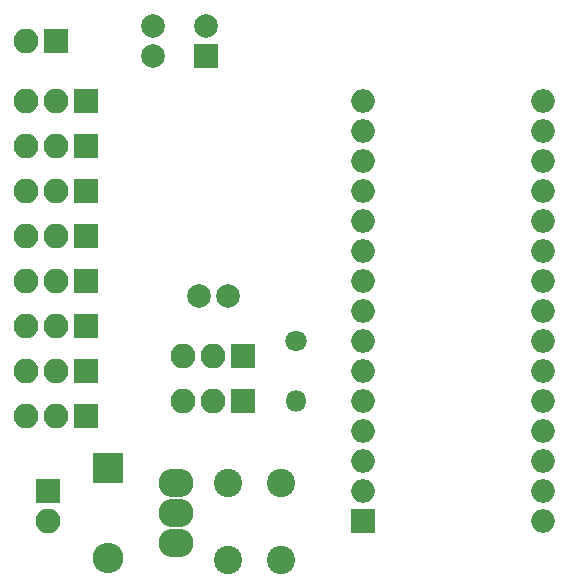
<source format=gbr>
G04 #@! TF.GenerationSoftware,KiCad,Pcbnew,(5.0.0)*
G04 #@! TF.CreationDate,2019-02-06T16:41:10-08:00*
G04 #@! TF.ProjectId,controller,636F6E74726F6C6C65722E6B69636164,rev?*
G04 #@! TF.SameCoordinates,Original*
G04 #@! TF.FileFunction,Soldermask,Bot*
G04 #@! TF.FilePolarity,Negative*
%FSLAX46Y46*%
G04 Gerber Fmt 4.6, Leading zero omitted, Abs format (unit mm)*
G04 Created by KiCad (PCBNEW (5.0.0)) date 02/06/19 16:41:10*
%MOMM*%
%LPD*%
G01*
G04 APERTURE LIST*
%ADD10O,2.000000X2.000000*%
%ADD11R,2.000000X2.000000*%
%ADD12C,2.000000*%
%ADD13O,2.940000X2.432000*%
%ADD14R,2.600000X2.600000*%
%ADD15O,2.600000X2.600000*%
%ADD16R,2.100000X2.100000*%
%ADD17O,2.100000X2.100000*%
%ADD18C,2.400000*%
%ADD19O,1.800000X1.800000*%
%ADD20C,1.800000*%
G04 APERTURE END LIST*
D10*
G04 #@! TO.C,A1*
X46355000Y-8255000D03*
X31115000Y-8255000D03*
X46355000Y-43815000D03*
X31115000Y-10795000D03*
X46355000Y-41275000D03*
X31115000Y-13335000D03*
X46355000Y-38735000D03*
X31115000Y-15875000D03*
X46355000Y-36195000D03*
X31115000Y-18415000D03*
X46355000Y-33655000D03*
X31115000Y-20955000D03*
X46355000Y-31115000D03*
X31115000Y-23495000D03*
X46355000Y-28575000D03*
X31115000Y-26035000D03*
X46355000Y-26035000D03*
X31115000Y-28575000D03*
X46355000Y-23495000D03*
X31115000Y-31115000D03*
X46355000Y-20955000D03*
X31115000Y-33655000D03*
X46355000Y-18415000D03*
X31115000Y-36195000D03*
X46355000Y-15875000D03*
X31115000Y-38735000D03*
X46355000Y-13335000D03*
X31115000Y-41275000D03*
X46355000Y-10795000D03*
D11*
X31115000Y-43815000D03*
G04 #@! TD*
D12*
G04 #@! TO.C,C1*
X17780000Y-1945000D03*
D11*
X17780000Y-4445000D03*
G04 #@! TD*
D12*
G04 #@! TO.C,C2*
X13335000Y-4445000D03*
X13335000Y-1945000D03*
G04 #@! TD*
G04 #@! TO.C,C3*
X17185000Y-24765000D03*
X19685000Y-24765000D03*
G04 #@! TD*
D13*
G04 #@! TO.C,Q1*
X15240000Y-40640000D03*
X15240000Y-45720000D03*
X15240000Y-43180000D03*
G04 #@! TD*
D14*
G04 #@! TO.C,D1*
X9525000Y-39370000D03*
D15*
X9525000Y-46990000D03*
G04 #@! TD*
D16*
G04 #@! TO.C,PWM1*
X7620000Y-8255000D03*
D17*
X5080000Y-8255000D03*
X2540000Y-8255000D03*
G04 #@! TD*
G04 #@! TO.C,PWM2*
X2540000Y-12065000D03*
X5080000Y-12065000D03*
D16*
X7620000Y-12065000D03*
G04 #@! TD*
G04 #@! TO.C,PWM3*
X7620000Y-15875000D03*
D17*
X5080000Y-15875000D03*
X2540000Y-15875000D03*
G04 #@! TD*
G04 #@! TO.C,PWM4*
X2540000Y-19685000D03*
X5080000Y-19685000D03*
D16*
X7620000Y-19685000D03*
G04 #@! TD*
G04 #@! TO.C,PWM5*
X7620000Y-23495000D03*
D17*
X5080000Y-23495000D03*
X2540000Y-23495000D03*
G04 #@! TD*
G04 #@! TO.C,PWM6*
X2540000Y-27305000D03*
X5080000Y-27305000D03*
D16*
X7620000Y-27305000D03*
G04 #@! TD*
D17*
G04 #@! TO.C,PWM7*
X2540000Y-31115000D03*
X5080000Y-31115000D03*
D16*
X7620000Y-31115000D03*
G04 #@! TD*
G04 #@! TO.C,PWM8*
X7620000Y-34925000D03*
D17*
X5080000Y-34925000D03*
X2540000Y-34925000D03*
G04 #@! TD*
D16*
G04 #@! TO.C,PWMIN1*
X20955000Y-29845000D03*
D17*
X18415000Y-29845000D03*
X15875000Y-29845000D03*
G04 #@! TD*
G04 #@! TO.C,PWMIN2*
X15875000Y-33655000D03*
X18415000Y-33655000D03*
D16*
X20955000Y-33655000D03*
G04 #@! TD*
D17*
G04 #@! TO.C,SWPWR1*
X4445000Y-43815000D03*
D16*
X4445000Y-41275000D03*
G04 #@! TD*
D18*
G04 #@! TO.C,SWPWR_TEST1*
X19630000Y-47140000D03*
X24130000Y-47140000D03*
X19630000Y-40640000D03*
X24130000Y-40640000D03*
G04 #@! TD*
D16*
G04 #@! TO.C,VIN1*
X5080000Y-3175000D03*
D17*
X2540000Y-3175000D03*
G04 #@! TD*
D19*
G04 #@! TO.C,R2*
X25400000Y-33655000D03*
D20*
X25400000Y-28575000D03*
G04 #@! TD*
M02*

</source>
